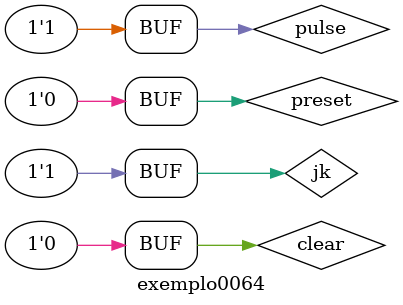
<source format=v>

`include "flip_flop_jk_ass.v"

module cont_ass_dec(output [4:0]saida, input pulse, input jk, input clear, input preset);

wire qnot;

// Chamada dos flip - flops

flip_flop_jk_ass ffjk5(saida[0], qnot, jk, jk, pulse, clear, preset);
flip_flop_jk_ass ffjk4(saida[1], qnot, jk, jk, saida[0], clear, preset);
flip_flop_jk_ass ffjk3(saida[2], qnot, jk, jk, saida[1], clear, preset);
flip_flop_jk_ass ffjk2(saida[3], qnot, jk, jk, saida[2], clear, preset);
flip_flop_jk_ass ffjk1(saida[4], qnot, jk, jk, saida[3], clear, preset);


endmodule //cont_ass_dec

// ----------------
// Exemplo0064
// ----------------
module exemplo0064;

// ---------------- Definir dados
 reg pulse, jk, clear, preset;
 wire [4:0]saida;
 
// ---------------- Instância

cont_ass_dec cad1(saida, pulse, jk, clear, preset);


 // ---------------- Preparação
 initial begin: start
  pulse = 1'b0;
  jk = 1'b0;
  preset = 1'b1;
  clear = 1'b0;
 end

// ----------------- Parte principal
 initial begin: main
  $display("Exemplo0064 - Josemar Alves Caetano - 448662.");
  $display("Teste Contador assíncrono decrescente.\n");

  $monitor("Saida: %b",saida);

   #1 preset = 0;
   #1 pulse = 1'b1; jk = 1'b1;
   #1 pulse = 1'b0;
   #1 pulse = 1'b1;
   #1 pulse = 1'b0;
   #1 pulse = 1'b1;


end

endmodule //exemplo0064



</source>
